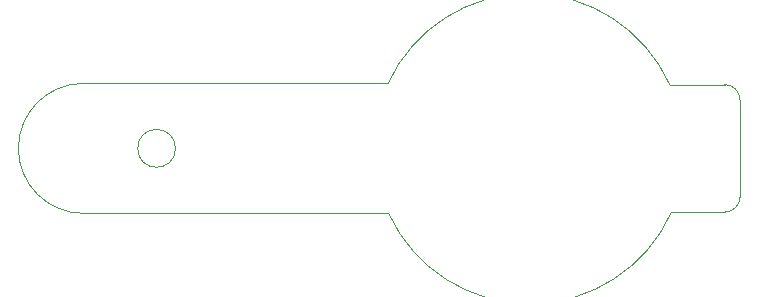
<source format=gbr>
%TF.GenerationSoftware,KiCad,Pcbnew,9.0.2-9.0.2-0~ubuntu24.04.1*%
%TF.CreationDate,2025-07-05T20:41:48+02:00*%
%TF.ProjectId,LED_torch,4c45445f-746f-4726-9368-2e6b69636164,0.1*%
%TF.SameCoordinates,Original*%
%TF.FileFunction,Profile,NP*%
%FSLAX46Y46*%
G04 Gerber Fmt 4.6, Leading zero omitted, Abs format (unit mm)*
G04 Created by KiCad (PCBNEW 9.0.2-9.0.2-0~ubuntu24.04.1) date 2025-07-05 20:41:48*
%MOMM*%
%LPD*%
G01*
G04 APERTURE LIST*
%TA.AperFunction,Profile*%
%ADD10C,0.050000*%
%TD*%
G04 APERTURE END LIST*
D10*
X67000000Y-137000000D02*
G75*
G02*
X63800000Y-137000000I-1600000J0D01*
G01*
X63800000Y-137000000D02*
G75*
G02*
X67000000Y-137000000I1600000J0D01*
G01*
X114800000Y-132900000D02*
X114799998Y-141099999D01*
X59200000Y-142500000D02*
X85037591Y-142482769D01*
X114799999Y-141099999D02*
G75*
G02*
X113499999Y-142399999I-1299999J-1D01*
G01*
X59200000Y-131500000D02*
X85000000Y-131500000D01*
X113500000Y-142399999D02*
X109000000Y-142400000D01*
X113500000Y-131600000D02*
G75*
G02*
X114800000Y-132900000I0J-1300000D01*
G01*
X113500000Y-131600000D02*
X108845711Y-131600000D01*
X109000000Y-142400000D02*
G75*
G02*
X85037590Y-142482769I-12000000J5400000D01*
G01*
X59200000Y-142500000D02*
G75*
G02*
X59200000Y-131500000I0J5500000D01*
G01*
X85000000Y-131500000D02*
G75*
G02*
X108845711Y-131600000I11900000J-5500000D01*
G01*
M02*

</source>
